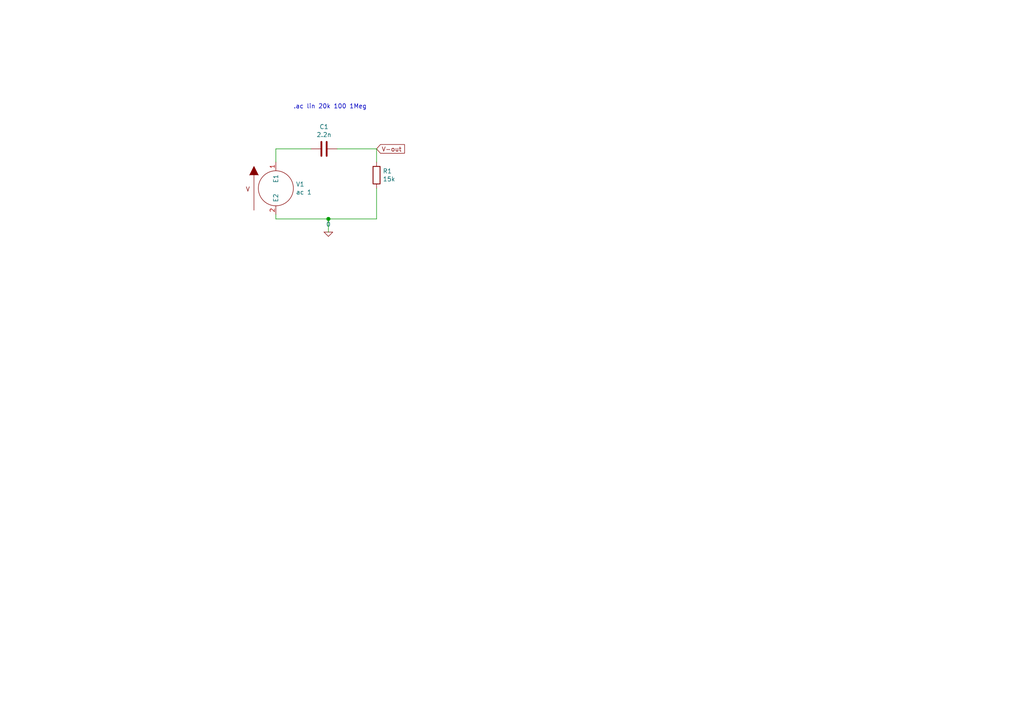
<source format=kicad_sch>
(kicad_sch (version 20211123) (generator eeschema)
  (paper "A4")
  (lib_symbols
    (symbol "High-Pass-Filter-rescue:0-pspice" (power) (pin_names (offset 0))
      (property "Value" "0-pspice" (at 0 -1.778 0))
      (symbol "0-pspice_0_1"
        (polyline (pts (xy -1.27 0) (xy 0 -1.27) (xy 1.27 0) (xy -1.27 0)))
      )
      (symbol "0-pspice_1_1"
        (pin power_in line (at 0 0 0) (length 0) hide (name "0") (number "1"))
      )
    )
    (symbol "High-Pass-Filter-rescue:C-Device" (pin_numbers hide) (pin_names (offset 0.254))
      (property "Reference" "C" (at 0.635 2.54 0))
      (property "Value" "C-Device" (at 0.635 -2.54 0))
      (symbol "C-Device_0_1"
        (polyline (pts (xy -2.032 -0.762) (xy 2.032 -0.762)) (stroke (width 0.508)))
        (polyline (pts (xy -2.032 0.762) (xy 2.032 0.762)) (stroke (width 0.508)))
      )
      (symbol "C-Device_1_1"
        (pin passive line (at 0 3.81 270) (length 2.794) (name "~") (number "1"))
        (pin passive line (at 0 -3.81 90) (length 2.794) (name "~") (number "2"))
      )
    )
    (symbol "High-Pass-Filter-rescue:R-Device" (pin_numbers hide) (pin_names (offset 0))
      (property "Reference" "R" (at 2.032 0 90))
      (property "Value" "R-Device" (at 0 0 90))
      (symbol "R-Device_0_1"
        (rectangle (start -1.016 -2.54) (end 1.016 2.54) (stroke (width 0.254)))
      )
      (symbol "R-Device_1_1"
        (pin passive line (at 0 3.81 270) (length 1.27) (name "~") (number "1"))
        (pin passive line (at 0 -3.81 90) (length 1.27) (name "~") (number "2"))
      )
    )
    (symbol "High-Pass-Filter-rescue:VSOURCE-pspice" (pin_names (offset 1.016))
      (property "Reference" "V" (at -6.35 7.62 0))
      (property "Value" "VSOURCE-pspice" (at 0 0 0))
      (symbol "VSOURCE-pspice_0_1"
        (polyline (pts (xy -6.35 -6.35) (xy -6.35 3.81)) (fill (type outline)))
        (polyline (pts (xy -7.62 3.81) (xy -6.35 6.35) (xy -5.08 3.81)) (fill (type outline)))
        (circle (center 0 0) (radius 5.08))
        (text "V" (at -8.128 -0.254 0) (effects (font (size 1.27 1.27))))
      )
      (symbol "VSOURCE-pspice_1_1"
        (pin input line (at 0 7.62 270) (length 2.54) (name "E1") (number "1"))
        (pin input line (at 0 -7.62 90) (length 2.54) (name "E2") (number "2"))
      )
    )
  )
  (junction (at 95.25 63.5) (diameter 1.016))
  (wire (pts (xy 80.01 63.5) (xy 80.01 62.23)))
  (wire (pts (xy 109.22 63.5) (xy 95.25 63.5)))
  (wire (pts (xy 109.22 54.61) (xy 109.22 63.5)))
  (wire (pts (xy 80.01 46.99) (xy 80.01 43.18)))
  (wire (pts (xy 95.25 63.5) (xy 80.01 63.5)))
  (wire (pts (xy 80.01 43.18) (xy 90.17 43.18)))
  (wire (pts (xy 109.22 43.18) (xy 109.22 46.99)))
  (wire (pts (xy 97.79 43.18) (xy 109.22 43.18)))
  (wire (pts (xy 95.25 67.31) (xy 95.25 63.5)))
  (text ".ac lin 20k 100 1Meg" (at 85.09 31.75 0) (effects (font (size 1.27 1.27)) (justify left bottom)))
  (global_label "V-out" (shape input) (at 109.22 43.18 0) (property "Intersheet References" "${INTERSHEET_REFS}" (effects hide)))
  (symbol (lib_id "High-Pass-Filter-rescue:VSOURCE-pspice") (at 80.01 54.61 0) (unit 1)
    (property "Reference" "V1" (at 85.8012 53.4416 0) (effects (justify left)))
    (property "Value" "ac 1" (at 85.8012 55.753 0) (effects (justify left)))
  )
  (symbol (lib_id "High-Pass-Filter-rescue:C-Device") (at 93.98 43.18 270) (unit 1)
    (property "Reference" "C1" (at 93.98 36.7792 90))
    (property "Value" "2.2n" (at 93.98 39.0906 90))
  )
  (symbol (lib_id "High-Pass-Filter-rescue:R-Device") (at 109.22 50.8 180) (unit 1)
    (property "Reference" "R1" (at 110.998 49.6316 0) (effects (justify right)))
    (property "Value" "15k" (at 110.998 51.943 0) (effects (justify right)))
  )
  (symbol (lib_id "High-Pass-Filter-rescue:0-pspice") (at 95.25 67.31 0) (unit 1)
    (property "Reference" "#GND01" (effects hide))
    (property "Value" "0" (at 95.25 65.0494 0))
  )
)
</source>
